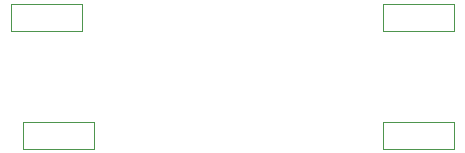
<source format=gbr>
G04 #@! TF.GenerationSoftware,KiCad,Pcbnew,(5.1.4)-1*
G04 #@! TF.CreationDate,2020-11-21T13:07:18-08:00*
G04 #@! TF.ProjectId,ufc_v4_opt,7566635f-7634-45f6-9f70-742e6b696361,rev?*
G04 #@! TF.SameCoordinates,Original*
G04 #@! TF.FileFunction,Other,User*
%FSLAX46Y46*%
G04 Gerber Fmt 4.6, Leading zero omitted, Abs format (unit mm)*
G04 Created by KiCad (PCBNEW (5.1.4)-1) date 2020-11-21 13:07:18*
%MOMM*%
%LPD*%
G04 APERTURE LIST*
%ADD10C,0.050000*%
G04 APERTURE END LIST*
D10*
X150737500Y-84192000D02*
X150737500Y-81892000D01*
X156737500Y-84192000D02*
X150737500Y-84192000D01*
X156737500Y-81892000D02*
X156737500Y-84192000D01*
X150737500Y-81892000D02*
X156737500Y-81892000D01*
X182237500Y-84192000D02*
X182237500Y-81892000D01*
X188237500Y-84192000D02*
X182237500Y-84192000D01*
X188237500Y-81892000D02*
X188237500Y-84192000D01*
X182237500Y-81892000D02*
X188237500Y-81892000D01*
X151737500Y-94192000D02*
X151737500Y-91892000D01*
X157737500Y-94192000D02*
X151737500Y-94192000D01*
X157737500Y-91892000D02*
X157737500Y-94192000D01*
X151737500Y-91892000D02*
X157737500Y-91892000D01*
X182237500Y-94192000D02*
X182237500Y-91892000D01*
X188237500Y-94192000D02*
X182237500Y-94192000D01*
X188237500Y-91892000D02*
X188237500Y-94192000D01*
X182237500Y-91892000D02*
X188237500Y-91892000D01*
M02*

</source>
